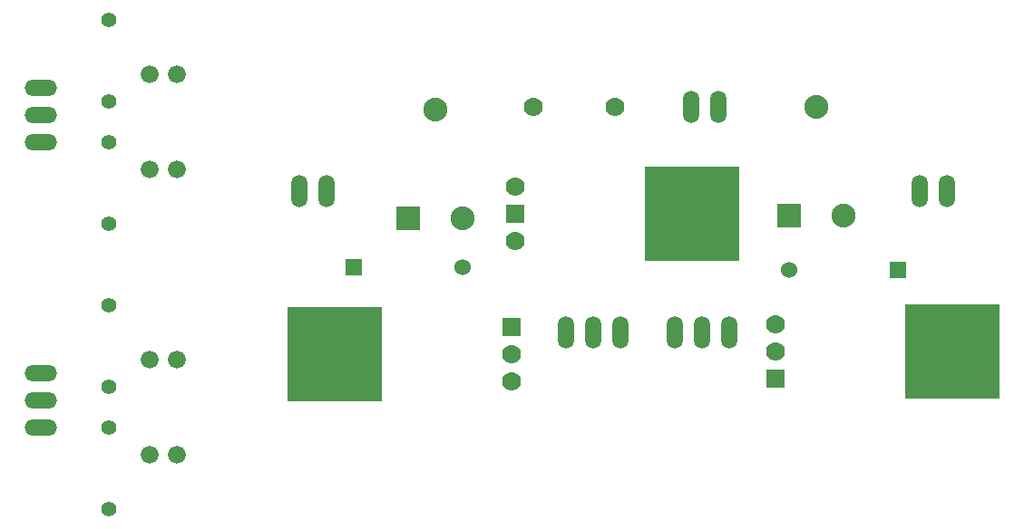
<source format=gts>
G04 (created by PCBNEW (2013-07-07 BZR 4022)-stable) date 1/3/2014 7:24:35 AM*
%MOIN*%
G04 Gerber Fmt 3.4, Leading zero omitted, Abs format*
%FSLAX34Y34*%
G01*
G70*
G90*
G04 APERTURE LIST*
%ADD10C,0.00590551*%
%ADD11R,0.07X0.07*%
%ADD12C,0.07*%
%ADD13R,0.35X0.35*%
%ADD14C,0.055*%
%ADD15C,0.0882*%
%ADD16R,0.0882X0.0882*%
%ADD17O,0.0593X0.1187*%
%ADD18O,0.1187X0.0593*%
%ADD19C,0.066*%
%ADD20R,0.06X0.06*%
%ADD21C,0.06*%
G04 APERTURE END LIST*
G54D10*
G54D11*
X35000Y-21200D03*
G54D12*
X35000Y-19200D03*
X35000Y-20200D03*
G54D13*
X41500Y-20200D03*
G54D11*
X25300Y-19300D03*
G54D12*
X25300Y-21300D03*
X25300Y-20300D03*
G54D13*
X18800Y-20300D03*
G54D14*
X10500Y-15500D03*
X10500Y-12500D03*
X10500Y-8000D03*
X10500Y-11000D03*
X10500Y-26000D03*
X10500Y-23000D03*
X10500Y-18500D03*
X10500Y-21500D03*
G54D15*
X36500Y-11200D03*
G54D16*
X35500Y-15200D03*
G54D15*
X37500Y-15200D03*
X22500Y-11300D03*
G54D16*
X21500Y-15300D03*
G54D15*
X23500Y-15300D03*
G54D17*
X31300Y-19500D03*
X32300Y-19500D03*
X33300Y-19500D03*
X27300Y-19500D03*
X28300Y-19500D03*
X29300Y-19500D03*
G54D18*
X8000Y-23000D03*
X8000Y-22000D03*
X8000Y-21000D03*
X8000Y-12500D03*
X8000Y-11500D03*
X8000Y-10500D03*
G54D17*
X17500Y-14300D03*
X18500Y-14300D03*
X40300Y-14300D03*
X41300Y-14300D03*
G54D13*
X31950Y-15150D03*
G54D12*
X25450Y-14150D03*
G54D11*
X25450Y-15150D03*
G54D12*
X25450Y-16150D03*
G54D19*
X13000Y-24000D03*
X12000Y-24000D03*
X13000Y-10000D03*
X12000Y-10000D03*
X13000Y-20500D03*
X12000Y-20500D03*
X13000Y-13500D03*
X12000Y-13500D03*
G54D20*
X19500Y-17100D03*
G54D21*
X23500Y-17100D03*
G54D20*
X39500Y-17200D03*
G54D21*
X35500Y-17200D03*
G54D12*
X29100Y-11200D03*
X26100Y-11200D03*
G54D17*
X31900Y-11200D03*
X32900Y-11200D03*
M02*

</source>
